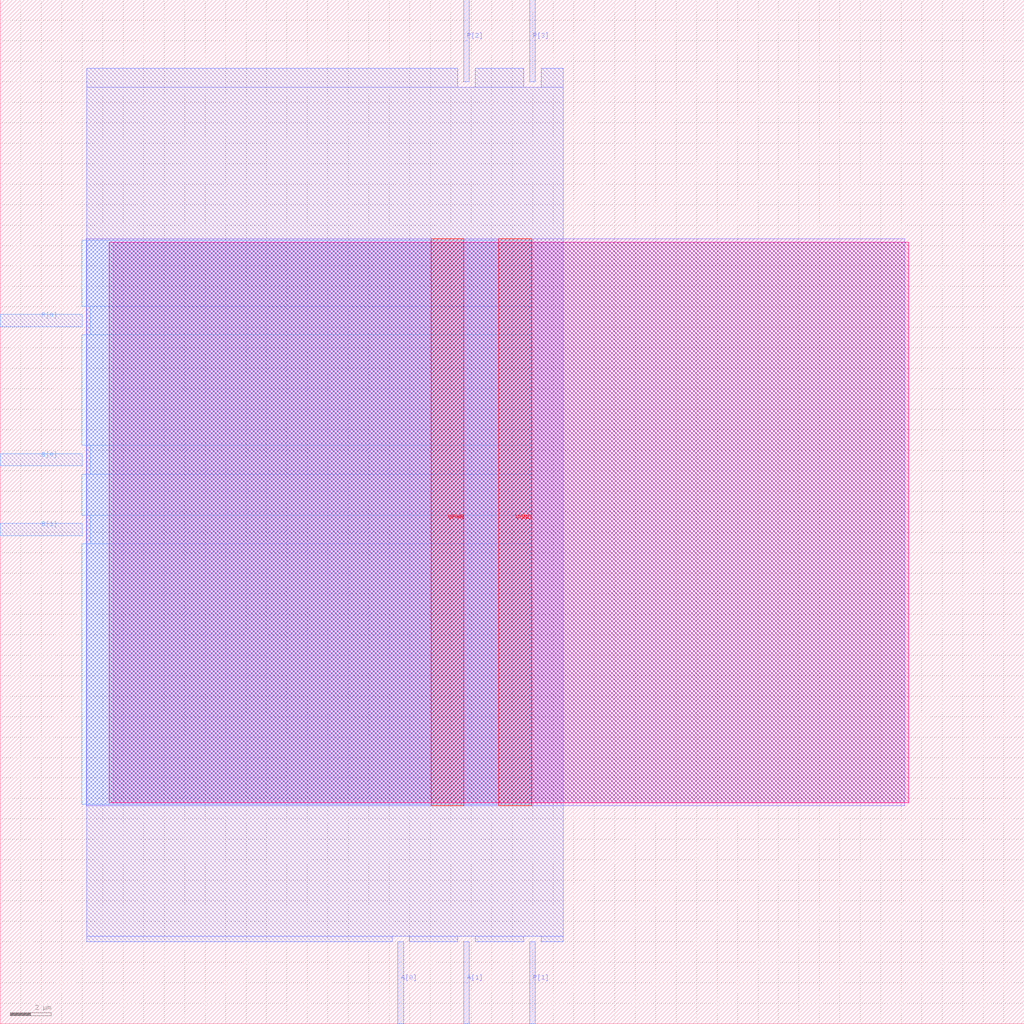
<source format=lef>
VERSION 5.7 ;
  NOWIREEXTENSIONATPIN ON ;
  DIVIDERCHAR "/" ;
  BUSBITCHARS "[]" ;
MACRO SarsaNStepsRuido_e9
  CLASS BLOCK ;
  FOREIGN SarsaNStepsRuido_e9 ;
  ORIGIN 0.000 0.000 ;
  SIZE 50.000 BY 50.000 ;
  PIN A[0]
    DIRECTION INPUT ;
    USE SIGNAL ;
    ANTENNAGATEAREA 0.196500 ;
    PORT
      LAYER met2 ;
        RECT 19.410 0.000 19.690 4.000 ;
    END
  END A[0]
  PIN A[1]
    DIRECTION INPUT ;
    USE SIGNAL ;
    ANTENNAGATEAREA 0.196500 ;
    PORT
      LAYER met2 ;
        RECT 22.630 0.000 22.910 4.000 ;
    END
  END A[1]
  PIN B[0]
    DIRECTION INPUT ;
    USE SIGNAL ;
    ANTENNAGATEAREA 0.196500 ;
    PORT
      LAYER met3 ;
        RECT 0.000 27.240 4.000 27.840 ;
    END
  END B[0]
  PIN B[1]
    DIRECTION INPUT ;
    USE SIGNAL ;
    ANTENNAGATEAREA 0.196500 ;
    PORT
      LAYER met3 ;
        RECT 0.000 23.840 4.000 24.440 ;
    END
  END B[1]
  PIN P[0]
    DIRECTION OUTPUT ;
    USE SIGNAL ;
    PORT
      LAYER met3 ;
        RECT 0.000 34.040 4.000 34.640 ;
    END
  END P[0]
  PIN P[1]
    DIRECTION OUTPUT ;
    USE SIGNAL ;
    ANTENNADIFFAREA 0.445500 ;
    PORT
      LAYER met2 ;
        RECT 25.850 0.000 26.130 4.000 ;
    END
  END P[1]
  PIN P[2]
    DIRECTION OUTPUT ;
    USE SIGNAL ;
    ANTENNADIFFAREA 0.445500 ;
    PORT
      LAYER met2 ;
        RECT 22.630 46.000 22.910 50.000 ;
    END
  END P[2]
  PIN P[3]
    DIRECTION OUTPUT ;
    USE SIGNAL ;
    ANTENNADIFFAREA 0.445500 ;
    PORT
      LAYER met2 ;
        RECT 25.850 46.000 26.130 50.000 ;
    END
  END P[3]
  PIN VGND
    DIRECTION INOUT ;
    USE GROUND ;
    PORT
      LAYER met4 ;
        RECT 24.340 10.640 25.940 38.320 ;
    END
  END VGND
  PIN VPWR
    DIRECTION INOUT ;
    USE POWER ;
    PORT
      LAYER met4 ;
        RECT 21.040 10.640 22.640 38.320 ;
    END
  END VPWR
  OBS
      LAYER nwell ;
        RECT 5.330 10.795 44.350 38.165 ;
      LAYER li1 ;
        RECT 5.520 10.795 44.160 38.165 ;
      LAYER met1 ;
        RECT 4.210 10.640 44.160 38.320 ;
      LAYER met2 ;
        RECT 4.230 45.720 22.350 46.650 ;
        RECT 23.190 45.720 25.570 46.650 ;
        RECT 26.410 45.720 27.500 46.650 ;
        RECT 4.230 4.280 27.500 45.720 ;
        RECT 4.230 4.000 19.130 4.280 ;
        RECT 19.970 4.000 22.350 4.280 ;
        RECT 23.190 4.000 25.570 4.280 ;
        RECT 26.410 4.000 27.500 4.280 ;
      LAYER met3 ;
        RECT 3.990 35.040 25.930 38.245 ;
        RECT 4.400 33.640 25.930 35.040 ;
        RECT 3.990 28.240 25.930 33.640 ;
        RECT 4.400 26.840 25.930 28.240 ;
        RECT 3.990 24.840 25.930 26.840 ;
        RECT 4.400 23.440 25.930 24.840 ;
        RECT 3.990 10.715 25.930 23.440 ;
  END
END SarsaNStepsRuido_e9
END LIBRARY


</source>
